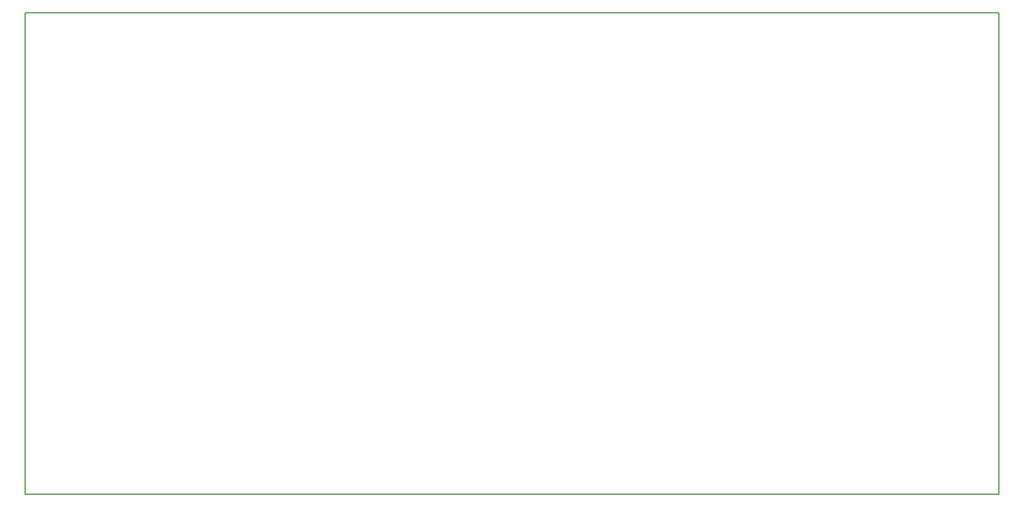
<source format=gm1>
G04 MADE WITH FRITZING*
G04 WWW.FRITZING.ORG*
G04 DOUBLE SIDED*
G04 HOLES PLATED*
G04 CONTOUR ON CENTER OF CONTOUR VECTOR*
%ASAXBY*%
%FSLAX23Y23*%
%MOIN*%
%OFA0B0*%
%SFA1.0B1.0*%
%ADD10R,5.825480X2.889240*%
%ADD11C,0.008000*%
%ADD10C,0.008*%
%LNCONTOUR*%
G90*
G70*
G54D10*
G54D11*
X4Y2885D02*
X5821Y2885D01*
X5821Y4D01*
X4Y4D01*
X4Y2885D01*
D02*
G04 End of contour*
M02*
</source>
